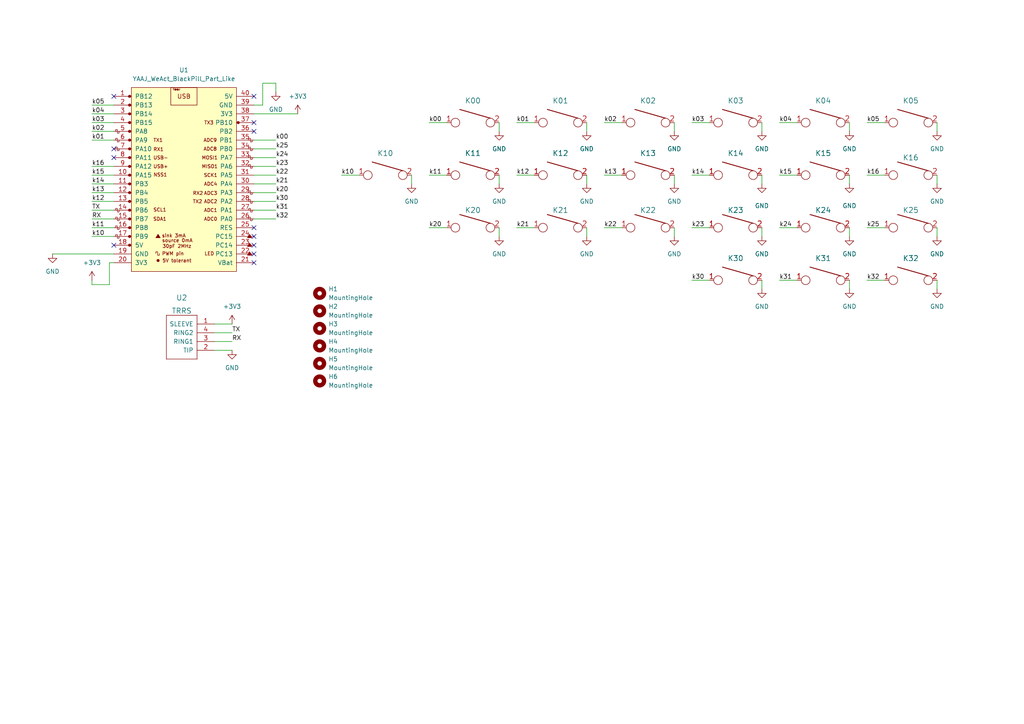
<source format=kicad_sch>
(kicad_sch (version 20211123) (generator eeschema)
  (paper "A4")
  (lib_symbols
    (symbol "Mechanical:MountingHole" (pin_names (offset 1.016))
      (property "Reference" "H" (at 0 5.08 0))
      (property "Value" "MountingHole" (at 0 3.175 0))
      (symbol "MountingHole_0_1"
        (circle (center 0 0) (radius 1.27) (stroke (width 1.27)))
      )
    )
    (symbol "YAAJ_WeAct_BlackPill_Part_Like:YAAJ_WeAct_BlackPill_Part_Like" (pin_names (offset 1.016))
      (property "Reference" "U" (at -12.7 27.94 0))
      (property "Value" "YAAJ_WeAct_BlackPill_Part_Like" (at 0 2.54 90))
      (symbol "YAAJ_WeAct_BlackPill_Part_Like_0_0"
        (circle (center -15.748 -20.32) (radius 0.3556) (fill (type outline)))
        (circle (center -15.748 -17.78) (radius 0.3556) (fill (type outline)))
        (circle (center -15.748 -15.24) (radius 0.3556) (fill (type outline)))
        (circle (center -15.748 -12.7) (radius 0.3556) (fill (type outline)))
        (circle (center -15.748 -10.16) (radius 0.3556) (fill (type outline)))
        (circle (center -15.748 -7.62) (radius 0.3556) (fill (type outline)))
        (circle (center -15.748 -5.08) (radius 0.3556) (fill (type outline)))
        (circle (center -15.748 -2.54) (radius 0.3556) (fill (type outline)))
        (circle (center -15.748 0) (radius 0.3556) (fill (type outline)))
        (circle (center -15.748 2.54) (radius 0.3556) (fill (type outline)))
        (circle (center -15.748 5.08) (radius 0.3556) (fill (type outline)))
        (circle (center -15.748 7.62) (radius 0.3556) (fill (type outline)))
        (circle (center -15.748 10.16) (radius 0.3556) (fill (type outline)))
        (circle (center -15.748 12.7) (radius 0.3556) (fill (type outline)))
        (circle (center -15.748 15.24) (radius 0.3556) (fill (type outline)))
        (circle (center -15.748 17.78) (radius 0.3556) (fill (type outline)))
        (circle (center -15.748 22.86) (radius 0.3556) (fill (type outline)))
        (circle (center -7.493 -24.765) (radius 0.127) (fill (type outline)))
        (circle (center -7.493 -24.765) (radius 0.254))
        (circle (center -7.493 -24.765) (radius 0.3556))
        (polyline (pts (xy -8.128 -18.161) (xy -7.493 -17.145) (xy -6.858 -18.161) (xy -8.128 -18.161) (xy -7.493 -17.272) (xy -6.985 -18.161) (xy -8.001 -18.034) (xy -7.493 -17.399) (xy -7.112 -18.161) (xy -7.874 -17.907) (xy -7.366 -17.526) (xy -7.239 -18.161) (xy -7.747 -17.78) (xy -7.239 -17.653) (xy -7.366 -18.034) (xy -7.62 -17.78) (xy -7.366 -17.907) (xy -7.493 -17.653)))
        (polyline (pts (xy 18.415 -23.241) (xy 19.05 -22.225) (xy 19.685 -23.241) (xy 18.415 -23.241) (xy 19.05 -22.352) (xy 19.558 -23.241) (xy 18.542 -23.114) (xy 19.05 -22.479) (xy 19.431 -23.241) (xy 18.669 -22.987) (xy 19.177 -22.606) (xy 19.304 -23.241) (xy 18.796 -22.86) (xy 19.304 -22.733) (xy 19.177 -23.114) (xy 18.923 -22.86) (xy 19.177 -22.987) (xy 19.05 -22.733)))
        (polyline (pts (xy 18.415 -20.701) (xy 19.05 -19.685) (xy 19.685 -20.701) (xy 18.415 -20.701) (xy 19.05 -19.812) (xy 19.558 -20.701) (xy 18.542 -20.574) (xy 19.05 -19.939) (xy 19.431 -20.701) (xy 18.669 -20.447) (xy 19.177 -20.066) (xy 19.304 -20.701) (xy 18.796 -20.32) (xy 19.304 -20.193) (xy 19.177 -20.574) (xy 18.923 -20.32) (xy 19.177 -20.447) (xy 19.05 -20.193)))
        (polyline (pts (xy 18.415 -18.161) (xy 19.05 -17.145) (xy 19.685 -18.161) (xy 18.415 -18.161) (xy 19.05 -17.272) (xy 19.558 -18.161) (xy 18.542 -18.034) (xy 19.05 -17.399) (xy 19.431 -18.161) (xy 18.669 -17.907) (xy 19.177 -17.526) (xy 19.304 -18.161) (xy 18.796 -17.78) (xy 19.304 -17.653) (xy 19.177 -18.034) (xy 18.923 -17.78) (xy 19.177 -17.907) (xy 19.05 -17.653)))
        (circle (center 15.748 15.24) (radius 0.254) (fill (type outline)))
        (circle (center 15.748 15.24) (radius 0.3556))
        (text "30pF 2MHz" (at -2.032 -20.574 0) (effects (font (size 0.9906 0.9906))))
        (text "5V tolerant" (at -2.032 -24.765 0) (effects (font (size 0.9906 0.9906))))
        (text "ADC0" (at 7.747 -12.7 0) (effects (font (size 0.9906 0.9906))))
        (text "ADC1" (at 7.747 -10.16 0) (effects (font (size 0.9906 0.9906))))
        (text "ADC2" (at 7.747 -7.62 0) (effects (font (size 0.9906 0.9906))))
        (text "ADC3" (at 7.747 -5.207 0) (effects (font (size 0.9906 0.9906))))
        (text "ADC4" (at 7.747 -2.54 0) (effects (font (size 0.9906 0.9906))))
        (text "ADC8" (at 7.62 7.62 0) (effects (font (size 0.9906 0.9906))))
        (text "ADC9" (at 7.62 10.16 0) (effects (font (size 0.9906 0.9906))))
        (text "LED" (at 7.366 -22.733 0) (effects (font (size 0.9906 0.9906))))
        (text "MISO1" (at 7.493 2.54 0) (effects (font (size 0.9906 0.9906))))
        (text "MOSI1" (at 7.493 5.08 0) (effects (font (size 0.9906 0.9906))))
        (text "NSS1" (at -6.858 0.127 0) (effects (font (size 0.9906 0.9906))))
        (text "PWM pin" (at -3.175 -22.733 0) (effects (font (size 0.9906 0.9906))))
        (text "RX1" (at -7.366 7.493 0) (effects (font (size 0.9906 0.9906))))
        (text "RX2" (at 4.064 -5.207 0) (effects (font (size 0.9906 0.9906))))
        (text "SCK1" (at 7.747 0 0) (effects (font (size 0.9906 0.9906))))
        (text "SCL1" (at -6.985 -10.033 0) (effects (font (size 0.9906 0.9906))))
        (text "SDA1" (at -6.985 -12.7 0) (effects (font (size 0.9906 0.9906))))
        (text "sink 3mA" (at -2.921 -17.526 0) (effects (font (size 0.9906 0.9906))))
        (text "source 0mA" (at -1.905 -18.923 0) (effects (font (size 0.9906 0.9906))))
        (text "TX1" (at -7.493 10.16 0) (effects (font (size 0.9906 0.9906))))
        (text "TX2" (at 3.937 -7.62 0) (effects (font (size 0.9906 0.9906))))
        (text "TX3" (at 7.239 15.24 0) (effects (font (size 0.9906 0.9906))))
        (text "USB" (at 0 22.86 0) (effects (font (size 1.27 1.27))))
        (text "USB+" (at -6.731 2.54 0) (effects (font (size 0.9906 0.9906))))
        (text "USB-" (at -6.731 5.08 0) (effects (font (size 0.9906 0.9906))))
        (text "Y@@J" (at -2.159 24.892 0) (effects (font (size 0.508 0.508))))
      )
      (symbol "YAAJ_WeAct_BlackPill_Part_Like_0_1"
        (rectangle (start -15.24 25.4) (end 15.24 -27.94) (fill (type background)))
        (polyline (pts (xy -18.796 -17.78) (xy -18.796 -18.288) (xy -19.304 -18.288) (xy -19.304 -17.272) (xy -19.812 -17.272) (xy -19.812 -17.78)))
        (polyline (pts (xy -18.796 -15.24) (xy -18.796 -15.748) (xy -19.304 -15.748) (xy -19.304 -14.732) (xy -19.812 -14.732) (xy -19.812 -15.24)))
        (polyline (pts (xy -18.796 -12.7) (xy -18.796 -13.208) (xy -19.304 -13.208) (xy -19.304 -12.192) (xy -19.812 -12.192) (xy -19.812 -12.7)))
        (polyline (pts (xy -18.796 -10.16) (xy -18.796 -10.668) (xy -19.304 -10.668) (xy -19.304 -9.652) (xy -19.812 -9.652) (xy -19.812 -10.16)))
        (polyline (pts (xy -18.796 7.62) (xy -18.796 7.112) (xy -19.304 7.112) (xy -19.304 8.128) (xy -19.812 8.128) (xy -19.812 7.62)))
        (polyline (pts (xy -18.796 10.16) (xy -18.796 9.652) (xy -19.304 9.652) (xy -19.304 10.668) (xy -19.812 10.668) (xy -19.812 10.16)))
        (polyline (pts (xy -18.796 12.7) (xy -18.796 12.192) (xy -19.304 12.192) (xy -19.304 13.208) (xy -19.812 13.208) (xy -19.812 12.7)))
        (polyline (pts (xy -7.112 -22.733) (xy -7.112 -23.241) (xy -7.62 -23.241) (xy -7.62 -22.225) (xy -8.128 -22.225) (xy -8.128 -22.733)))
        (polyline (pts (xy 19.812 -12.7) (xy 19.812 -13.208) (xy 19.304 -13.208) (xy 19.304 -12.192) (xy 18.796 -12.192) (xy 18.796 -12.7)))
        (polyline (pts (xy 19.812 -10.16) (xy 19.812 -10.668) (xy 19.304 -10.668) (xy 19.304 -9.652) (xy 18.796 -9.652) (xy 18.796 -10.16)))
        (polyline (pts (xy 19.812 -7.62) (xy 19.812 -8.128) (xy 19.304 -8.128) (xy 19.304 -7.112) (xy 18.796 -7.112) (xy 18.796 -7.62)))
        (polyline (pts (xy 19.812 -5.08) (xy 19.812 -5.588) (xy 19.304 -5.588) (xy 19.304 -4.572) (xy 18.796 -4.572) (xy 18.796 -5.08)))
        (polyline (pts (xy 19.812 2.54) (xy 19.812 2.032) (xy 19.304 2.032) (xy 19.304 3.048) (xy 18.796 3.048) (xy 18.796 2.54)))
        (polyline (pts (xy 19.812 5.08) (xy 19.812 4.572) (xy 19.304 4.572) (xy 19.304 5.588) (xy 18.796 5.588) (xy 18.796 5.08)))
        (polyline (pts (xy 19.812 7.62) (xy 19.812 7.112) (xy 19.304 7.112) (xy 19.304 8.128) (xy 18.796 8.128) (xy 18.796 7.62)))
        (polyline (pts (xy 19.812 10.16) (xy 19.812 9.652) (xy 19.304 9.652) (xy 19.304 10.668) (xy 18.796 10.668) (xy 18.796 10.16)))
        (rectangle (start 3.81 25.4) (end -3.81 20.32))
      )
      (symbol "YAAJ_WeAct_BlackPill_Part_Like_1_1"
        (circle (center -15.748 20.32) (radius 0.3556) (fill (type outline)))
        (pin bidirectional line (at -20.32 22.86 0) (length 5.08) (name "PB12") (number "1"))
        (pin bidirectional line (at -20.32 0 0) (length 5.08) (name "PA15") (number "10"))
        (pin bidirectional line (at -20.32 -2.54 0) (length 5.08) (name "PB3") (number "11"))
        (pin bidirectional line (at -20.32 -5.08 0) (length 5.08) (name "PB4") (number "12"))
        (pin bidirectional line (at -20.32 -7.62 0) (length 5.08) (name "PB5") (number "13"))
        (pin bidirectional line (at -20.32 -10.16 0) (length 5.08) (name "PB6") (number "14"))
        (pin bidirectional line (at -20.32 -12.7 0) (length 5.08) (name "PB7") (number "15"))
        (pin bidirectional line (at -20.32 -15.24 0) (length 5.08) (name "PB8") (number "16"))
        (pin bidirectional line (at -20.32 -17.78 0) (length 5.08) (name "PB9") (number "17"))
        (pin power_in line (at -20.32 -20.32 0) (length 5.08) (name "5V") (number "18"))
        (pin power_in line (at -20.32 -22.86 0) (length 5.08) (name "GND") (number "19"))
        (pin bidirectional line (at -20.32 20.32 0) (length 5.08) (name "PB13") (number "2"))
        (pin power_in line (at -20.32 -25.4 0) (length 5.08) (name "3V3") (number "20"))
        (pin power_in line (at 20.32 -25.4 180) (length 5.08) (name "VBat") (number "21"))
        (pin bidirectional line (at 20.32 -22.86 180) (length 5.08) (name "PC13") (number "22"))
        (pin bidirectional line (at 20.32 -20.32 180) (length 5.08) (name "PC14") (number "23"))
        (pin bidirectional line (at 20.32 -17.78 180) (length 5.08) (name "PC15") (number "24"))
        (pin input line (at 20.32 -15.24 180) (length 5.08) (name "RES") (number "25"))
        (pin bidirectional line (at 20.32 -12.7 180) (length 5.08) (name "PA0") (number "26"))
        (pin bidirectional line (at 20.32 -10.16 180) (length 5.08) (name "PA1") (number "27"))
        (pin bidirectional line (at 20.32 -7.62 180) (length 5.08) (name "PA2") (number "28"))
        (pin bidirectional line (at 20.32 -5.08 180) (length 5.08) (name "PA3") (number "29"))
        (pin bidirectional line (at -20.32 17.78 0) (length 5.08) (name "PB14") (number "3"))
        (pin bidirectional line (at 20.32 -2.54 180) (length 5.08) (name "PA4") (number "30"))
        (pin bidirectional line (at 20.32 0 180) (length 5.08) (name "PA5") (number "31"))
        (pin bidirectional line (at 20.32 2.54 180) (length 5.08) (name "PA6") (number "32"))
        (pin bidirectional line (at 20.32 5.08 180) (length 5.08) (name "PA7") (number "33"))
        (pin bidirectional line (at 20.32 7.62 180) (length 5.08) (name "PB0") (number "34"))
        (pin bidirectional line (at 20.32 10.16 180) (length 5.08) (name "PB1") (number "35"))
        (pin bidirectional line (at 20.32 12.7 180) (length 5.08) (name "PB2") (number "36"))
        (pin bidirectional line (at 20.32 15.24 180) (length 5.08) (name "PB10") (number "37"))
        (pin power_in line (at 20.32 17.78 180) (length 5.08) (name "3V3") (number "38"))
        (pin power_in line (at 20.32 20.32 180) (length 5.08) (name "GND") (number "39"))
        (pin bidirectional line (at -20.32 15.24 0) (length 5.08) (name "PB15") (number "4"))
        (pin power_in line (at 20.32 22.86 180) (length 5.08) (name "5V") (number "40"))
        (pin bidirectional line (at -20.32 12.7 0) (length 5.08) (name "PA8") (number "5"))
        (pin bidirectional line (at -20.32 10.16 0) (length 5.08) (name "PA9") (number "6"))
        (pin bidirectional line (at -20.32 7.62 0) (length 5.08) (name "PA10") (number "7"))
        (pin bidirectional line (at -20.32 5.08 0) (length 5.08) (name "PA11") (number "8"))
        (pin bidirectional line (at -20.32 2.54 0) (length 5.08) (name "PA12") (number "9"))
      )
    )
    (symbol "keebio:TRRS" (pin_names (offset 1.016))
      (property "Reference" "U" (at 0 15.24 0))
      (property "Value" "TRRS" (at 0 -2.54 0))
      (symbol "TRRS_0_1"
        (rectangle (start -3.81 0) (end -3.81 12.7))
        (rectangle (start -3.81 12.7) (end 5.08 12.7))
        (rectangle (start 5.08 0) (end -3.81 0))
        (rectangle (start 5.08 12.7) (end 5.08 0))
      )
      (symbol "TRRS_1_1"
        (pin input line (at -8.89 2.54 0) (length 5.08) (name "SLEEVE") (number "1"))
        (pin input line (at -8.89 10.16 0) (length 5.08) (name "TIP") (number "2"))
        (pin input line (at -8.89 7.62 0) (length 5.08) (name "RING1") (number "3"))
        (pin input line (at -8.89 5.08 0) (length 5.08) (name "RING2") (number "4"))
      )
    )
    (symbol "keyboard_parts:KEYSW" (pin_names (offset 1.016))
      (property "Reference" "K?" (at -1.27 0 0))
      (symbol "KEYSW_0_1"
        (circle (center -5.08 0) (radius 1.27))
        (polyline (pts (xy -5.08 1.27) (xy 3.81 3.81)) (stroke (width 0.254)))
        (circle (center 5.08 0) (radius 1.27))
      )
      (symbol "KEYSW_1_1"
        (pin passive line (at 7.62 0 180) (length 1.27) (name "~") (number "1"))
        (pin passive line (at -7.62 0 0) (length 1.27) (name "~") (number "2"))
      )
    )
    (symbol "power:+3V3" (power) (pin_names (offset 0))
      (property "Value" "+3V3" (at 0 3.556 0))
      (symbol "+3V3_0_1"
        (polyline (pts (xy -0.762 1.27) (xy 0 2.54)))
        (polyline (pts (xy 0 0) (xy 0 2.54)))
        (polyline (pts (xy 0 2.54) (xy 0.762 1.27)))
      )
      (symbol "+3V3_1_1"
        (pin power_in line (at 0 0 90) (length 0) hide (name "+3V3") (number "1"))
      )
    )
    (symbol "power:GND" (power) (pin_names (offset 0))
      (property "Value" "GND" (at 0 -3.81 0))
      (symbol "GND_0_1"
        (polyline (pts (xy 0 0) (xy 0 -1.27) (xy 1.27 -1.27) (xy 0 -2.54) (xy -1.27 -1.27) (xy 0 -1.27)))
      )
      (symbol "GND_1_1"
        (pin power_in line (at 0 0 270) (length 0) hide (name "GND") (number "1"))
      )
    )
  )
  (no_connect (at 73.66 68.58))
  (no_connect (at 73.66 73.66))
  (no_connect (at 73.66 71.12))
  (no_connect (at 33.02 43.18))
  (no_connect (at 73.66 38.1))
  (no_connect (at 73.66 27.94))
  (no_connect (at 73.66 66.04))
  (no_connect (at 33.02 27.94))
  (no_connect (at 73.66 35.56))
  (no_connect (at 33.02 45.72))
  (no_connect (at 73.66 76.2))
  (no_connect (at 33.02 71.12))
  (wire (pts (xy 62.23 101.6) (xy 67.31 101.6)))
  (wire (pts (xy 73.66 63.5) (xy 80.01 63.5)))
  (wire (pts (xy 99.06 50.8) (xy 104.14 50.8)))
  (wire (pts (xy 220.98 53.34) (xy 220.98 50.8)))
  (wire (pts (xy 226.06 50.8) (xy 231.14 50.8)))
  (wire (pts (xy 15.24 73.66) (xy 33.02 73.66)))
  (wire (pts (xy 26.67 60.96) (xy 33.02 60.96)))
  (wire (pts (xy 26.67 53.34) (xy 33.02 53.34)))
  (wire (pts (xy 271.78 38.1) (xy 271.78 35.56)))
  (wire (pts (xy 119.38 53.34) (xy 119.38 50.8)))
  (wire (pts (xy 251.46 50.8) (xy 256.54 50.8)))
  (wire (pts (xy 149.86 50.8) (xy 154.94 50.8)))
  (wire (pts (xy 271.78 53.34) (xy 271.78 50.8)))
  (wire (pts (xy 73.66 48.26) (xy 80.01 48.26)))
  (wire (pts (xy 33.02 40.64) (xy 26.67 40.64)))
  (wire (pts (xy 73.66 50.8) (xy 80.01 50.8)))
  (wire (pts (xy 62.23 99.06) (xy 67.31 99.06)))
  (wire (pts (xy 26.67 81.28) (xy 26.67 82.55)))
  (wire (pts (xy 73.66 45.72) (xy 80.01 45.72)))
  (wire (pts (xy 124.46 35.56) (xy 129.54 35.56)))
  (wire (pts (xy 175.26 66.04) (xy 180.34 66.04)))
  (wire (pts (xy 200.66 81.28) (xy 205.74 81.28)))
  (wire (pts (xy 246.38 53.34) (xy 246.38 50.8)))
  (wire (pts (xy 73.66 33.02) (xy 86.36 33.02)))
  (wire (pts (xy 170.18 53.34) (xy 170.18 50.8)))
  (wire (pts (xy 220.98 68.58) (xy 220.98 66.04)))
  (wire (pts (xy 144.78 53.34) (xy 144.78 50.8)))
  (wire (pts (xy 175.26 35.56) (xy 180.34 35.56)))
  (wire (pts (xy 200.66 66.04) (xy 205.74 66.04)))
  (wire (pts (xy 246.38 83.82) (xy 246.38 81.28)))
  (wire (pts (xy 73.66 60.96) (xy 80.01 60.96)))
  (wire (pts (xy 26.67 55.88) (xy 33.02 55.88)))
  (wire (pts (xy 73.66 40.64) (xy 80.01 40.64)))
  (wire (pts (xy 26.67 33.02) (xy 33.02 33.02)))
  (wire (pts (xy 73.66 43.18) (xy 80.01 43.18)))
  (wire (pts (xy 220.98 83.82) (xy 220.98 81.28)))
  (wire (pts (xy 246.38 38.1) (xy 246.38 35.56)))
  (wire (pts (xy 26.67 50.8) (xy 33.02 50.8)))
  (wire (pts (xy 271.78 83.82) (xy 271.78 81.28)))
  (wire (pts (xy 76.2 24.13) (xy 80.01 24.13)))
  (wire (pts (xy 73.66 30.48) (xy 76.2 30.48)))
  (wire (pts (xy 26.67 68.58) (xy 33.02 68.58)))
  (wire (pts (xy 149.86 66.04) (xy 154.94 66.04)))
  (wire (pts (xy 195.58 53.34) (xy 195.58 50.8)))
  (wire (pts (xy 26.67 58.42) (xy 33.02 58.42)))
  (wire (pts (xy 124.46 50.8) (xy 129.54 50.8)))
  (wire (pts (xy 195.58 68.58) (xy 195.58 66.04)))
  (wire (pts (xy 170.18 68.58) (xy 170.18 66.04)))
  (wire (pts (xy 144.78 38.1) (xy 144.78 35.56)))
  (wire (pts (xy 26.67 48.26) (xy 33.02 48.26)))
  (wire (pts (xy 76.2 30.48) (xy 76.2 24.13)))
  (wire (pts (xy 170.18 38.1) (xy 170.18 35.56)))
  (wire (pts (xy 73.66 53.34) (xy 80.01 53.34)))
  (wire (pts (xy 251.46 35.56) (xy 256.54 35.56)))
  (wire (pts (xy 26.67 82.55) (xy 31.75 82.55)))
  (wire (pts (xy 62.23 93.98) (xy 67.31 93.98)))
  (wire (pts (xy 226.06 81.28) (xy 231.14 81.28)))
  (wire (pts (xy 26.67 30.48) (xy 33.02 30.48)))
  (wire (pts (xy 149.86 35.56) (xy 154.94 35.56)))
  (wire (pts (xy 200.66 35.56) (xy 205.74 35.56)))
  (wire (pts (xy 200.66 50.8) (xy 205.74 50.8)))
  (wire (pts (xy 251.46 81.28) (xy 256.54 81.28)))
  (wire (pts (xy 26.67 63.5) (xy 33.02 63.5)))
  (wire (pts (xy 26.67 35.56) (xy 33.02 35.56)))
  (wire (pts (xy 271.78 68.58) (xy 271.78 66.04)))
  (wire (pts (xy 175.26 50.8) (xy 180.34 50.8)))
  (wire (pts (xy 26.67 66.04) (xy 33.02 66.04)))
  (wire (pts (xy 226.06 35.56) (xy 231.14 35.56)))
  (wire (pts (xy 144.78 68.58) (xy 144.78 66.04)))
  (wire (pts (xy 62.23 96.52) (xy 67.31 96.52)))
  (wire (pts (xy 220.98 38.1) (xy 220.98 35.56)))
  (wire (pts (xy 31.75 82.55) (xy 31.75 76.2)))
  (wire (pts (xy 195.58 38.1) (xy 195.58 35.56)))
  (wire (pts (xy 73.66 58.42) (xy 80.01 58.42)))
  (wire (pts (xy 226.06 66.04) (xy 231.14 66.04)))
  (wire (pts (xy 251.46 66.04) (xy 256.54 66.04)))
  (wire (pts (xy 31.75 76.2) (xy 33.02 76.2)))
  (wire (pts (xy 124.46 66.04) (xy 129.54 66.04)))
  (wire (pts (xy 80.01 24.13) (xy 80.01 26.67)))
  (wire (pts (xy 26.67 38.1) (xy 33.02 38.1)))
  (wire (pts (xy 73.66 55.88) (xy 80.01 55.88)))
  (wire (pts (xy 246.38 68.58) (xy 246.38 66.04)))
  (label "k00" (at 80.01 40.64 0))
  (label "k13" (at 26.67 55.88 0))
  (label "k15" (at 26.67 50.8 0))
  (label "k30" (at 200.66 81.28 0))
  (label "k14" (at 200.66 50.8 0))
  (label "k12" (at 26.67 58.42 0))
  (label "k30" (at 80.01 58.42 0))
  (label "k02" (at 26.67 38.1 0))
  (label "k21" (at 149.86 66.04 0))
  (label "k20" (at 80.01 55.88 0))
  (label "k25" (at 80.01 43.18 0))
  (label "k22" (at 175.26 66.04 0))
  (label "k11" (at 26.67 66.04 0))
  (label "TX" (at 26.67 60.96 0))
  (label "k31" (at 226.06 81.28 0))
  (label "RX" (at 26.67 63.5 0))
  (label "k20" (at 124.46 66.04 0))
  (label "k01" (at 149.86 35.56 0))
  (label "k21" (at 80.01 53.34 0))
  (label "k00" (at 124.46 35.56 0))
  (label "k03" (at 200.66 35.56 0))
  (label "k04" (at 26.67 33.02 0))
  (label "k14" (at 26.67 53.34 0))
  (label "k05" (at 251.46 35.56 0))
  (label "k32" (at 251.46 81.28 0))
  (label "k22" (at 80.01 50.8 0))
  (label "k12" (at 149.86 50.8 0))
  (label "k02" (at 175.26 35.56 0))
  (label "k23" (at 200.66 66.04 0))
  (label "k04" (at 226.06 35.56 0))
  (label "k05" (at 26.67 30.48 0))
  (label "k16" (at 251.46 50.8 0))
  (label "k23" (at 80.01 48.26 0))
  (label "k16" (at 26.67 48.26 0))
  (label "k13" (at 175.26 50.8 0))
  (label "k24" (at 226.06 66.04 0))
  (label "k11" (at 124.46 50.8 0))
  (label "k32" (at 80.01 63.5 0))
  (label "k03" (at 26.67 35.56 0))
  (label "RX" (at 67.31 99.06 0))
  (label "k10" (at 26.67 68.58 0))
  (label "k24" (at 80.01 45.72 0))
  (label "k31" (at 80.01 60.96 0))
  (label "k15" (at 226.06 50.8 0))
  (label "k10" (at 99.06 50.8 0))
  (label "TX" (at 67.31 96.52 0))
  (label "k25" (at 251.46 66.04 0))
  (label "k01" (at 26.67 40.64 0))
  (symbol (lib_id "power:GND") (at 246.38 68.58 0) (unit 1)
    (property "Reference" "#PWR0108" (effects hide))
    (property "Value" "GND" (at 246.38 73.66 0))
  )
  (symbol (lib_id "Mechanical:MountingHole") (at 92.71 110.49 0) (unit 1)
    (property "Reference" "H6" (at 95.25 109.2199 0) (effects (justify left)))
    (property "Value" "MountingHole" (at 95.25 111.7599 0) (effects (justify left)))
    (property "Footprint" "sat1l:M2-Plate-Hole" (effects hide))
  )
  (symbol (lib_id "power:GND") (at 271.78 83.82 0) (unit 1)
    (property "Reference" "#PWR0112" (effects hide))
    (property "Value" "GND" (at 271.78 88.9 0))
  )
  (symbol (lib_id "power:+3V3") (at 86.36 33.02 0) (unit 1)
    (property "Reference" "#PWR0122" (effects hide))
    (property "Value" "+3V3" (at 86.36 27.94 0))
  )
  (symbol (lib_id "Mechanical:MountingHole") (at 92.71 95.25 0) (unit 1)
    (property "Reference" "H3" (at 95.25 93.9799 0) (effects (justify left)))
    (property "Value" "MountingHole" (at 95.25 96.5199 0) (effects (justify left)))
    (property "Footprint" "sat1l:M2-Plate-Hole" (effects hide))
  )
  (symbol (lib_id "power:GND") (at 220.98 53.34 0) (unit 1)
    (property "Reference" "#PWR0106" (effects hide))
    (property "Value" "GND" (at 220.98 59.69 0))
  )
  (symbol (lib_id "keyboard_parts:KEYSW") (at 213.36 35.56 0) (mirror y) (unit 1)
    (property "Reference" "K03" (at 213.36 29.21 0) (effects (font (size 1.524 1.524))))
    (property "Value" "KEYSW" (effects hide))
    (property "Footprint" "sat1l:MXOnly-1U-Cutout-19mm" (effects hide))
  )
  (symbol (lib_id "keyboard_parts:KEYSW") (at 238.76 50.8 0) (mirror y) (unit 1)
    (property "Reference" "K15" (at 238.76 44.45 0) (effects (font (size 1.524 1.524))))
    (property "Value" "KEYSW" (effects hide))
    (property "Footprint" "sat1l:MXOnly-1U-Cutout-19mm" (effects hide))
  )
  (symbol (lib_id "power:GND") (at 119.38 53.34 0) (unit 1)
    (property "Reference" "#PWR0124" (effects hide))
    (property "Value" "GND" (at 119.38 58.42 0))
  )
  (symbol (lib_id "keyboard_parts:KEYSW") (at 137.16 35.56 0) (mirror y) (unit 1)
    (property "Reference" "K00" (at 137.16 29.21 0) (effects (font (size 1.524 1.524))))
    (property "Value" "KEYSW" (effects hide))
    (property "Footprint" "sat1l:MXOnly-1U-Cutout-19mm" (effects hide))
  )
  (symbol (lib_id "power:GND") (at 170.18 53.34 0) (unit 1)
    (property "Reference" "#PWR0119" (effects hide))
    (property "Value" "GND" (at 170.18 58.42 0))
  )
  (symbol (lib_id "power:GND") (at 246.38 53.34 0) (unit 1)
    (property "Reference" "#PWR0114" (effects hide))
    (property "Value" "GND" (at 246.38 59.69 0))
  )
  (symbol (lib_id "power:GND") (at 144.78 38.1 0) (unit 1)
    (property "Reference" "#PWR0116" (effects hide))
    (property "Value" "GND" (at 144.78 43.18 0))
  )
  (symbol (lib_id "power:GND") (at 144.78 53.34 0) (unit 1)
    (property "Reference" "#PWR0117" (effects hide))
    (property "Value" "GND" (at 144.78 58.42 0))
  )
  (symbol (lib_id "keyboard_parts:KEYSW") (at 264.16 66.04 0) (mirror y) (unit 1)
    (property "Reference" "K25" (at 264.16 60.96 0) (effects (font (size 1.524 1.524))))
    (property "Value" "KEYSW" (effects hide))
    (property "Footprint" "sat1l:MXOnly-1U-Cutout-19mm" (effects hide))
  )
  (symbol (lib_id "power:GND") (at 195.58 53.34 0) (unit 1)
    (property "Reference" "#PWR0102" (effects hide))
    (property "Value" "GND" (at 195.58 58.42 0))
  )
  (symbol (lib_id "keyboard_parts:KEYSW") (at 162.56 35.56 0) (mirror y) (unit 1)
    (property "Reference" "K01" (at 162.56 29.21 0) (effects (font (size 1.524 1.524))))
    (property "Value" "KEYSW" (effects hide))
    (property "Footprint" "sat1l:MXOnly-1U-Cutout-19mm" (effects hide))
  )
  (symbol (lib_id "power:GND") (at 246.38 83.82 0) (unit 1)
    (property "Reference" "#PWR0110" (effects hide))
    (property "Value" "GND" (at 246.38 88.9 0))
  )
  (symbol (lib_id "keyboard_parts:KEYSW") (at 238.76 35.56 0) (mirror y) (unit 1)
    (property "Reference" "K04" (at 238.76 29.21 0) (effects (font (size 1.524 1.524))))
    (property "Value" "KEYSW" (effects hide))
    (property "Footprint" "sat1l:MXOnly-1U-Cutout-19mm" (effects hide))
  )
  (symbol (lib_id "keyboard_parts:KEYSW") (at 162.56 66.04 0) (mirror y) (unit 1)
    (property "Reference" "K21" (at 162.56 60.96 0) (effects (font (size 1.524 1.524))))
    (property "Value" "KEYSW" (effects hide))
    (property "Footprint" "sat1l:MXOnly-1U-Cutout-19mm" (effects hide))
  )
  (symbol (lib_id "keyboard_parts:KEYSW") (at 264.16 35.56 0) (mirror y) (unit 1)
    (property "Reference" "K05" (at 264.16 29.21 0) (effects (font (size 1.524 1.524))))
    (property "Value" "KEYSW" (effects hide))
    (property "Footprint" "sat1l:MXOnly-1U-Cutout-19mm" (effects hide))
  )
  (symbol (lib_id "power:+3V3") (at 67.31 93.98 0) (unit 1)
    (property "Reference" "#PWR0128" (effects hide))
    (property "Value" "+3V3" (at 67.31 88.9 0))
  )
  (symbol (lib_id "keyboard_parts:KEYSW") (at 162.56 50.8 0) (mirror y) (unit 1)
    (property "Reference" "K12" (at 162.56 44.45 0) (effects (font (size 1.524 1.524))))
    (property "Value" "KEYSW" (effects hide))
    (property "Footprint" "sat1l:MXOnly-1U-Cutout-19mm" (effects hide))
  )
  (symbol (lib_id "power:GND") (at 220.98 38.1 0) (unit 1)
    (property "Reference" "#PWR0107" (effects hide))
    (property "Value" "GND" (at 220.98 43.18 0))
  )
  (symbol (lib_id "power:GND") (at 220.98 83.82 0) (unit 1)
    (property "Reference" "#PWR0104" (effects hide))
    (property "Value" "GND" (at 220.98 88.9 0))
  )
  (symbol (lib_id "power:GND") (at 271.78 68.58 0) (unit 1)
    (property "Reference" "#PWR0111" (effects hide))
    (property "Value" "GND" (at 271.78 73.66 0))
  )
  (symbol (lib_id "keyboard_parts:KEYSW") (at 264.16 81.28 0) (mirror y) (unit 1)
    (property "Reference" "K32" (at 264.16 74.93 0) (effects (font (size 1.524 1.524))))
    (property "Value" "KEYSW" (effects hide))
    (property "Footprint" "sat1l:MXOnly-1.5U-Cutout-19mm" (effects hide))
  )
  (symbol (lib_id "YAAJ_WeAct_BlackPill_Part_Like:YAAJ_WeAct_BlackPill_Part_Like") (at 53.34 50.8 0) (unit 1)
    (property "Reference" "U1" (at 53.34 20.32 0))
    (property "Value" "YAAJ_WeAct_BlackPill_Part_Like" (at 53.34 22.86 0))
    (property "Footprint" "Kicad-STM32:YAAJ_WeAct_BlackPill_2" (effects hide))
  )
  (symbol (lib_id "keyboard_parts:KEYSW") (at 187.96 50.8 0) (mirror y) (unit 1)
    (property "Reference" "K13" (at 187.96 44.45 0) (effects (font (size 1.524 1.524))))
    (property "Value" "KEYSW" (effects hide))
    (property "Footprint" "sat1l:MXOnly-1U-Cutout-19mm" (effects hide))
  )
  (symbol (lib_id "power:GND") (at 195.58 38.1 0) (unit 1)
    (property "Reference" "#PWR0101" (effects hide))
    (property "Value" "GND" (at 195.58 43.18 0))
  )
  (symbol (lib_id "power:GND") (at 144.78 68.58 0) (unit 1)
    (property "Reference" "#PWR0120" (effects hide))
    (property "Value" "GND" (at 144.78 73.66 0))
  )
  (symbol (lib_id "keyboard_parts:KEYSW") (at 137.16 50.8 0) (mirror y) (unit 1)
    (property "Reference" "K11" (at 137.16 44.45 0) (effects (font (size 1.524 1.524))))
    (property "Value" "KEYSW" (effects hide))
    (property "Footprint" "sat1l:MXOnly-1U-Cutout-19mm" (effects hide))
  )
  (symbol (lib_id "keyboard_parts:KEYSW") (at 137.16 66.04 0) (mirror y) (unit 1)
    (property "Reference" "K20" (at 137.16 60.96 0) (effects (font (size 1.524 1.524))))
    (property "Value" "KEYSW" (effects hide))
    (property "Footprint" "sat1l:MXOnly-1U-Cutout-19mm" (effects hide))
  )
  (symbol (lib_id "keyboard_parts:KEYSW") (at 111.76 50.8 0) (mirror y) (unit 1)
    (property "Reference" "K10" (at 111.76 44.45 0) (effects (font (size 1.524 1.524))))
    (property "Value" "KEYSW" (effects hide))
    (property "Footprint" "sat1l:MXOnly-1U-Cutout-19mm" (effects hide))
  )
  (symbol (lib_id "Mechanical:MountingHole") (at 92.71 105.41 0) (unit 1)
    (property "Reference" "H5" (at 95.25 104.1399 0) (effects (justify left)))
    (property "Value" "MountingHole" (at 95.25 106.6799 0) (effects (justify left)))
    (property "Footprint" "sat1l:M2-Plate-Hole" (effects hide))
  )
  (symbol (lib_id "keyboard_parts:KEYSW") (at 213.36 66.04 0) (mirror y) (unit 1)
    (property "Reference" "K23" (at 213.36 60.96 0) (effects (font (size 1.524 1.524))))
    (property "Value" "KEYSW" (effects hide))
    (property "Footprint" "sat1l:MXOnly-1U-Cutout-19mm" (effects hide))
  )
  (symbol (lib_id "power:+3V3") (at 26.67 81.28 0) (unit 1)
    (property "Reference" "#PWR0125" (effects hide))
    (property "Value" "+3V3" (at 26.67 76.2 0))
  )
  (symbol (lib_id "power:GND") (at 15.24 73.66 0) (unit 1)
    (property "Reference" "#PWR0126" (effects hide))
    (property "Value" "GND" (at 15.24 78.74 0))
  )
  (symbol (lib_id "power:GND") (at 195.58 68.58 0) (unit 1)
    (property "Reference" "#PWR0103" (effects hide))
    (property "Value" "GND" (at 195.58 73.66 0))
  )
  (symbol (lib_id "power:GND") (at 80.01 26.67 0) (unit 1)
    (property "Reference" "#PWR0123" (effects hide))
    (property "Value" "GND" (at 80.01 31.75 0))
  )
  (symbol (lib_id "Mechanical:MountingHole") (at 92.71 85.09 0) (unit 1)
    (property "Reference" "H1" (at 95.25 83.8199 0) (effects (justify left)))
    (property "Value" "MountingHole" (at 95.25 86.3599 0) (effects (justify left)))
    (property "Footprint" "sat1l:M2-Plate-Hole" (effects hide))
  )
  (symbol (lib_id "keebio:TRRS") (at 53.34 91.44 180) (unit 1)
    (property "Reference" "U2" (at 52.705 86.36 0) (effects (font (size 1.524 1.524))))
    (property "Value" "TRRS" (at 52.705 90.17 0) (effects (font (size 1.524 1.524))))
    (property "Footprint" "sat1l:TRRS-PJ-320A-Reversible" (effects hide))
  )
  (symbol (lib_id "power:GND") (at 220.98 68.58 0) (unit 1)
    (property "Reference" "#PWR0105" (effects hide))
    (property "Value" "GND" (at 220.98 73.66 0))
  )
  (symbol (lib_id "Mechanical:MountingHole") (at 92.71 100.33 0) (unit 1)
    (property "Reference" "H4" (at 95.25 99.0599 0) (effects (justify left)))
    (property "Value" "MountingHole" (at 95.25 101.5999 0) (effects (justify left)))
    (property "Footprint" "sat1l:M2-Plate-Hole" (effects hide))
  )
  (symbol (lib_id "power:GND") (at 170.18 38.1 0) (unit 1)
    (property "Reference" "#PWR0121" (effects hide))
    (property "Value" "GND" (at 170.18 43.18 0))
  )
  (symbol (lib_id "power:GND") (at 246.38 38.1 0) (unit 1)
    (property "Reference" "#PWR0113" (effects hide))
    (property "Value" "GND" (at 246.38 43.18 0))
  )
  (symbol (lib_id "keyboard_parts:KEYSW") (at 238.76 66.04 0) (mirror y) (unit 1)
    (property "Reference" "K24" (at 238.76 60.96 0) (effects (font (size 1.524 1.524))))
    (property "Value" "KEYSW" (effects hide))
    (property "Footprint" "sat1l:MXOnly-1U-Cutout-19mm" (effects hide))
  )
  (symbol (lib_id "keyboard_parts:KEYSW") (at 213.36 81.28 0) (mirror y) (unit 1)
    (property "Reference" "K30" (at 213.36 74.93 0) (effects (font (size 1.524 1.524))))
    (property "Value" "KEYSW" (effects hide))
    (property "Footprint" "sat1l:MXOnly-1U-Cutout-19mm" (effects hide))
  )
  (symbol (lib_id "power:GND") (at 271.78 53.34 0) (unit 1)
    (property "Reference" "#PWR0109" (effects hide))
    (property "Value" "GND" (at 271.78 58.42 0))
  )
  (symbol (lib_id "keyboard_parts:KEYSW") (at 264.16 50.8 0) (mirror y) (unit 1)
    (property "Reference" "K16" (at 264.16 45.72 0) (effects (font (size 1.524 1.524))))
    (property "Value" "KEYSW" (effects hide))
    (property "Footprint" "sat1l:MXOnly-1U-Cutout-19mm" (effects hide))
  )
  (symbol (lib_id "keyboard_parts:KEYSW") (at 187.96 35.56 0) (mirror y) (unit 1)
    (property "Reference" "K02" (at 187.96 29.21 0) (effects (font (size 1.524 1.524))))
    (property "Value" "KEYSW" (effects hide))
    (property "Footprint" "sat1l:MXOnly-1U-Cutout-19mm" (effects hide))
  )
  (symbol (lib_id "power:GND") (at 67.31 101.6 0) (unit 1)
    (property "Reference" "#PWR0127" (effects hide))
    (property "Value" "GND" (at 67.31 106.68 0))
  )
  (symbol (lib_id "power:GND") (at 170.18 68.58 0) (unit 1)
    (property "Reference" "#PWR0118" (effects hide))
    (property "Value" "GND" (at 170.18 73.66 0))
  )
  (symbol (lib_id "keyboard_parts:KEYSW") (at 213.36 50.8 0) (mirror y) (unit 1)
    (property "Reference" "K14" (at 213.36 44.45 0) (effects (font (size 1.524 1.524))))
    (property "Value" "KEYSW" (effects hide))
    (property "Footprint" "sat1l:MXOnly-1U-Cutout-19mm" (effects hide))
  )
  (symbol (lib_id "power:GND") (at 271.78 38.1 0) (unit 1)
    (property "Reference" "#PWR0115" (effects hide))
    (property "Value" "GND" (at 271.78 43.18 0))
  )
  (symbol (lib_id "keyboard_parts:KEYSW") (at 187.96 66.04 0) (mirror y) (unit 1)
    (property "Reference" "K22" (at 187.96 60.96 0) (effects (font (size 1.524 1.524))))
    (property "Value" "KEYSW" (effects hide))
    (property "Footprint" "sat1l:MXOnly-1U-Cutout-19mm" (effects hide))
  )
  (symbol (lib_id "Mechanical:MountingHole") (at 92.71 90.17 0) (unit 1)
    (property "Reference" "H2" (at 95.25 88.8999 0) (effects (justify left)))
    (property "Value" "MountingHole" (at 95.25 91.4399 0) (effects (justify left)))
    (property "Footprint" "sat1l:M2-Plate-Hole" (effects hide))
  )
  (symbol (lib_id "keyboard_parts:KEYSW") (at 238.76 81.28 0) (mirror y) (unit 1)
    (property "Reference" "K31" (at 238.76 74.93 0) (effects (font (size 1.524 1.524))))
    (property "Value" "KEYSW" (effects hide))
    (property "Footprint" "sat1l:MXOnly-1U-Cutout-19mm" (effects hide))
  )
)
</source>
